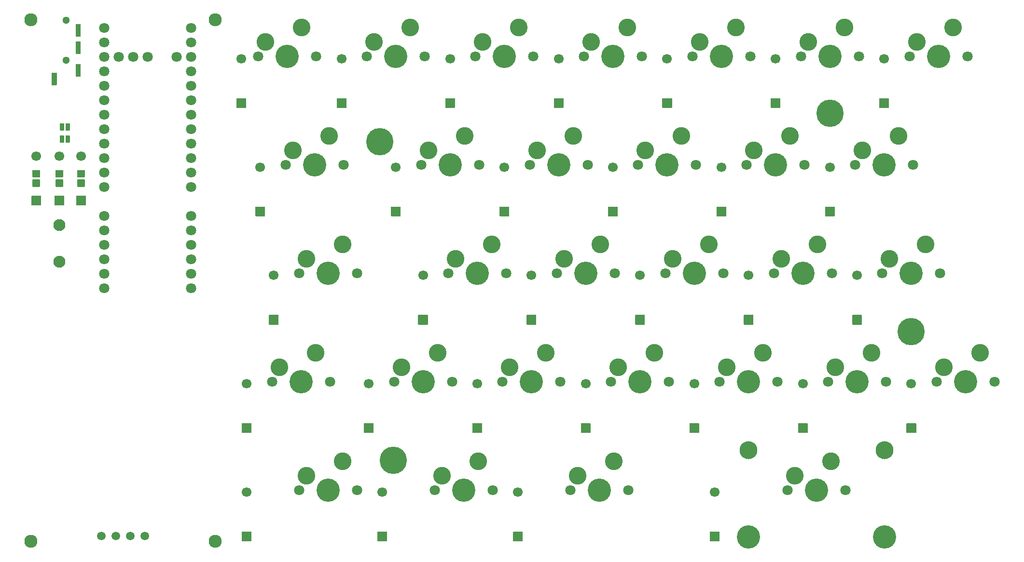
<source format=gbr>
%TF.GenerationSoftware,KiCad,Pcbnew,(5.1.7)-1*%
%TF.CreationDate,2021-06-20T13:46:17+02:00*%
%TF.ProjectId,Split65Left,53706c69-7436-4354-9c65-66742e6b6963,rev?*%
%TF.SameCoordinates,Original*%
%TF.FileFunction,Soldermask,Top*%
%TF.FilePolarity,Negative*%
%FSLAX46Y46*%
G04 Gerber Fmt 4.6, Leading zero omitted, Abs format (unit mm)*
G04 Created by KiCad (PCBNEW (5.1.7)-1) date 2021-06-20 13:46:17*
%MOMM*%
%LPD*%
G01*
G04 APERTURE LIST*
%ADD10C,1.801800*%
%ADD11C,4.087800*%
%ADD12C,3.100000*%
%ADD13C,3.148000*%
%ADD14C,4.800400*%
%ADD15C,2.300000*%
%ADD16C,1.800000*%
%ADD17C,1.300000*%
%ADD18C,1.700000*%
%ADD19C,1.497000*%
%ADD20C,2.100000*%
G04 APERTURE END LIST*
D10*
%TO.C,SW30*%
X159906000Y-128680000D03*
X170066000Y-128680000D03*
D11*
X164986000Y-128680000D03*
D12*
X161176000Y-126140000D03*
X167526000Y-123600000D03*
D11*
X176924000Y-136935000D03*
X153048000Y-136935000D03*
D13*
X176924000Y-121695000D03*
X153048000Y-121695000D03*
%TD*%
D10*
%TO.C,SW29*%
X121826000Y-128684000D03*
X131986000Y-128684000D03*
D11*
X126906000Y-128684000D03*
D12*
X123096000Y-126144000D03*
X129446000Y-123604000D03*
%TD*%
D10*
%TO.C,SW28*%
X98032000Y-128684000D03*
X108192000Y-128684000D03*
D11*
X103112000Y-128684000D03*
D12*
X99302000Y-126144000D03*
X105652000Y-123604000D03*
%TD*%
D10*
%TO.C,SW27*%
X74232000Y-128684000D03*
X84392000Y-128684000D03*
D11*
X79312000Y-128684000D03*
D12*
X75502000Y-126144000D03*
X81852000Y-123604000D03*
%TD*%
D10*
%TO.C,SW26*%
X186092000Y-109644000D03*
X196252000Y-109644000D03*
D11*
X191172000Y-109644000D03*
D12*
X187362000Y-107104000D03*
X193712000Y-104564000D03*
%TD*%
D10*
%TO.C,SW25*%
X167052000Y-109644000D03*
X177212000Y-109644000D03*
D11*
X172132000Y-109644000D03*
D12*
X168322000Y-107104000D03*
X174672000Y-104564000D03*
%TD*%
D10*
%TO.C,SW24*%
X148012000Y-109644000D03*
X158172000Y-109644000D03*
D11*
X153092000Y-109644000D03*
D12*
X149282000Y-107104000D03*
X155632000Y-104564000D03*
%TD*%
D10*
%TO.C,SW23*%
X128972000Y-109644000D03*
X139132000Y-109644000D03*
D11*
X134052000Y-109644000D03*
D12*
X130242000Y-107104000D03*
X136592000Y-104564000D03*
%TD*%
D10*
%TO.C,SW22*%
X109932000Y-109644000D03*
X120092000Y-109644000D03*
D11*
X115012000Y-109644000D03*
D12*
X111202000Y-107104000D03*
X117552000Y-104564000D03*
%TD*%
D10*
%TO.C,SW21*%
X90892000Y-109644000D03*
X101052000Y-109644000D03*
D11*
X95972000Y-109644000D03*
D12*
X92162000Y-107104000D03*
X98512000Y-104564000D03*
%TD*%
D10*
%TO.C,SW20*%
X69472000Y-109644000D03*
X79632000Y-109644000D03*
D11*
X74552000Y-109644000D03*
D12*
X70742000Y-107104000D03*
X77092000Y-104564000D03*
%TD*%
D10*
%TO.C,SW19*%
X176572000Y-90604000D03*
X186732000Y-90604000D03*
D11*
X181652000Y-90604000D03*
D12*
X177842000Y-88064000D03*
X184192000Y-85524000D03*
%TD*%
D10*
%TO.C,SW18*%
X157532000Y-90604000D03*
X167692000Y-90604000D03*
D11*
X162612000Y-90604000D03*
D12*
X158802000Y-88064000D03*
X165152000Y-85524000D03*
%TD*%
D10*
%TO.C,SW17*%
X138492000Y-90604000D03*
X148652000Y-90604000D03*
D11*
X143572000Y-90604000D03*
D12*
X139762000Y-88064000D03*
X146112000Y-85524000D03*
%TD*%
D10*
%TO.C,SW14*%
X74232000Y-90604000D03*
X84392000Y-90604000D03*
D11*
X79312000Y-90604000D03*
D12*
X75502000Y-88064000D03*
X81852000Y-85524000D03*
%TD*%
D10*
%TO.C,SW13*%
X171812000Y-71564000D03*
X181972000Y-71564000D03*
D11*
X176892000Y-71564000D03*
D12*
X173082000Y-69024000D03*
X179432000Y-66484000D03*
%TD*%
D10*
%TO.C,SW12*%
X152772000Y-71564000D03*
X162932000Y-71564000D03*
D11*
X157852000Y-71564000D03*
D12*
X154042000Y-69024000D03*
X160392000Y-66484000D03*
%TD*%
D10*
%TO.C,SW7*%
X181332000Y-52524000D03*
X191492000Y-52524000D03*
D11*
X186412000Y-52524000D03*
D12*
X182602000Y-49984000D03*
X188952000Y-47444000D03*
%TD*%
D10*
%TO.C,SW11*%
X133732000Y-71564000D03*
X143892000Y-71564000D03*
D11*
X138812000Y-71564000D03*
D12*
X135002000Y-69024000D03*
X141352000Y-66484000D03*
%TD*%
D10*
%TO.C,SW10*%
X114692000Y-71564000D03*
X124852000Y-71564000D03*
D11*
X119772000Y-71564000D03*
D12*
X115962000Y-69024000D03*
X122312000Y-66484000D03*
%TD*%
D10*
%TO.C,SW9*%
X95652000Y-71564000D03*
X105812000Y-71564000D03*
D11*
X100732000Y-71564000D03*
D12*
X96922000Y-69024000D03*
X103272000Y-66484000D03*
%TD*%
D10*
%TO.C,SW16*%
X119452000Y-90604000D03*
X129612000Y-90604000D03*
D11*
X124532000Y-90604000D03*
D12*
X120722000Y-88064000D03*
X127072000Y-85524000D03*
%TD*%
D10*
%TO.C,SW15*%
X100412000Y-90604000D03*
X110572000Y-90604000D03*
D11*
X105492000Y-90604000D03*
D12*
X101682000Y-88064000D03*
X108032000Y-85524000D03*
%TD*%
D10*
%TO.C,SW8*%
X71852000Y-71564000D03*
X82012000Y-71564000D03*
D11*
X76932000Y-71564000D03*
D12*
X73122000Y-69024000D03*
X79472000Y-66484000D03*
%TD*%
D10*
%TO.C,SW6*%
X162292000Y-52524000D03*
X172452000Y-52524000D03*
D11*
X167372000Y-52524000D03*
D12*
X163562000Y-49984000D03*
X169912000Y-47444000D03*
%TD*%
D10*
%TO.C,SW5*%
X143252000Y-52524000D03*
X153412000Y-52524000D03*
D11*
X148332000Y-52524000D03*
D12*
X144522000Y-49984000D03*
X150872000Y-47444000D03*
%TD*%
D10*
%TO.C,SW4*%
X124212000Y-52524000D03*
X134372000Y-52524000D03*
D11*
X129292000Y-52524000D03*
D12*
X125482000Y-49984000D03*
X131832000Y-47444000D03*
%TD*%
D10*
%TO.C,SW3*%
X105172000Y-52524000D03*
X115332000Y-52524000D03*
D11*
X110252000Y-52524000D03*
D12*
X106442000Y-49984000D03*
X112792000Y-47444000D03*
%TD*%
D10*
%TO.C,SW2*%
X86132000Y-52524000D03*
X96292000Y-52524000D03*
D11*
X91212000Y-52524000D03*
D12*
X87402000Y-49984000D03*
X93752000Y-47444000D03*
%TD*%
D10*
%TO.C,SW1*%
X67092000Y-52524000D03*
X77252000Y-52524000D03*
D11*
X72172000Y-52524000D03*
D12*
X68362000Y-49984000D03*
X74712000Y-47444000D03*
%TD*%
D14*
%TO.C,HOLE_3M*%
X181652000Y-100838000D03*
%TD*%
%TO.C,HOLE_3M*%
X167372000Y-62520000D03*
%TD*%
%TO.C,HOLE_3M*%
X90736000Y-123448000D03*
%TD*%
%TO.C,HOLE_3M*%
X88356000Y-67518000D03*
%TD*%
D15*
%TO.C,HOLE_M2*%
X59558000Y-137728000D03*
%TD*%
%TO.C,HOLE_M2*%
X59558000Y-46098000D03*
%TD*%
%TO.C,HOLE_M2*%
X27190000Y-46098000D03*
%TD*%
%TO.C,HOLE_M2*%
X27190000Y-137728000D03*
%TD*%
D16*
%TO.C,U1*%
X55273000Y-47508000D03*
X40058000Y-50048000D03*
X40058000Y-47508000D03*
X42598000Y-52588000D03*
X40058000Y-52588000D03*
X40058000Y-55128000D03*
X40058000Y-57668000D03*
X40058000Y-60208000D03*
X45138000Y-52588000D03*
X47678000Y-52588000D03*
X40058000Y-62748000D03*
X40058000Y-65288000D03*
X40058000Y-67828000D03*
X40058000Y-70368000D03*
X40058000Y-72908000D03*
X40058000Y-75448000D03*
X40058000Y-83068000D03*
X40058000Y-88148000D03*
X40058000Y-90688000D03*
X40058000Y-85608000D03*
X40058000Y-93228000D03*
X40058000Y-80528000D03*
X55273000Y-50048000D03*
X55273000Y-52588000D03*
X55273000Y-57668000D03*
X52733000Y-52588000D03*
X55273000Y-55128000D03*
X55273000Y-60208000D03*
X55273000Y-62748000D03*
X55273000Y-65288000D03*
X55273000Y-70368000D03*
X55273000Y-72908000D03*
X55273000Y-67828000D03*
X55273000Y-75448000D03*
X55273000Y-83068000D03*
X55273000Y-80528000D03*
X55273000Y-88148000D03*
X55273000Y-85608000D03*
X55273000Y-90688000D03*
X55273000Y-93228000D03*
%TD*%
%TO.C,J1*%
G36*
G01*
X30828000Y-57520000D02*
X30828000Y-55420000D01*
G75*
G02*
X30878000Y-55370000I50000J0D01*
G01*
X31678000Y-55370000D01*
G75*
G02*
X31728000Y-55420000I0J-50000D01*
G01*
X31728000Y-57520000D01*
G75*
G02*
X31678000Y-57570000I-50000J0D01*
G01*
X30878000Y-57570000D01*
G75*
G02*
X30828000Y-57520000I0J50000D01*
G01*
G37*
G36*
G01*
X35028000Y-56020000D02*
X35028000Y-53920000D01*
G75*
G02*
X35078000Y-53870000I50000J0D01*
G01*
X35878000Y-53870000D01*
G75*
G02*
X35928000Y-53920000I0J-50000D01*
G01*
X35928000Y-56020000D01*
G75*
G02*
X35878000Y-56070000I-50000J0D01*
G01*
X35078000Y-56070000D01*
G75*
G02*
X35028000Y-56020000I0J50000D01*
G01*
G37*
G36*
G01*
X35028000Y-52020000D02*
X35028000Y-49920000D01*
G75*
G02*
X35078000Y-49870000I50000J0D01*
G01*
X35878000Y-49870000D01*
G75*
G02*
X35928000Y-49920000I0J-50000D01*
G01*
X35928000Y-52020000D01*
G75*
G02*
X35878000Y-52070000I-50000J0D01*
G01*
X35078000Y-52070000D01*
G75*
G02*
X35028000Y-52020000I0J50000D01*
G01*
G37*
G36*
G01*
X35028000Y-49020000D02*
X35028000Y-46920000D01*
G75*
G02*
X35078000Y-46870000I50000J0D01*
G01*
X35878000Y-46870000D01*
G75*
G02*
X35928000Y-46920000I0J-50000D01*
G01*
X35928000Y-49020000D01*
G75*
G02*
X35878000Y-49070000I-50000J0D01*
G01*
X35078000Y-49070000D01*
G75*
G02*
X35028000Y-49020000I0J50000D01*
G01*
G37*
D17*
X33378000Y-53170000D03*
X33378000Y-46170000D03*
%TD*%
D18*
%TO.C,D1*%
X64080000Y-52908000D03*
G36*
G01*
X64880000Y-61558000D02*
X63280000Y-61558000D01*
G75*
G02*
X63230000Y-61508000I0J50000D01*
G01*
X63230000Y-59908000D01*
G75*
G02*
X63280000Y-59858000I50000J0D01*
G01*
X64880000Y-59858000D01*
G75*
G02*
X64930000Y-59908000I0J-50000D01*
G01*
X64930000Y-61508000D01*
G75*
G02*
X64880000Y-61558000I-50000J0D01*
G01*
G37*
%TD*%
%TO.C,D2*%
X81692000Y-52908000D03*
G36*
G01*
X82492000Y-61558000D02*
X80892000Y-61558000D01*
G75*
G02*
X80842000Y-61508000I0J50000D01*
G01*
X80842000Y-59908000D01*
G75*
G02*
X80892000Y-59858000I50000J0D01*
G01*
X82492000Y-59858000D01*
G75*
G02*
X82542000Y-59908000I0J-50000D01*
G01*
X82542000Y-61508000D01*
G75*
G02*
X82492000Y-61558000I-50000J0D01*
G01*
G37*
%TD*%
%TO.C,D3*%
X100732000Y-52908000D03*
G36*
G01*
X101532000Y-61558000D02*
X99932000Y-61558000D01*
G75*
G02*
X99882000Y-61508000I0J50000D01*
G01*
X99882000Y-59908000D01*
G75*
G02*
X99932000Y-59858000I50000J0D01*
G01*
X101532000Y-59858000D01*
G75*
G02*
X101582000Y-59908000I0J-50000D01*
G01*
X101582000Y-61508000D01*
G75*
G02*
X101532000Y-61558000I-50000J0D01*
G01*
G37*
%TD*%
%TO.C,D4*%
X119772000Y-52908000D03*
G36*
G01*
X120572000Y-61558000D02*
X118972000Y-61558000D01*
G75*
G02*
X118922000Y-61508000I0J50000D01*
G01*
X118922000Y-59908000D01*
G75*
G02*
X118972000Y-59858000I50000J0D01*
G01*
X120572000Y-59858000D01*
G75*
G02*
X120622000Y-59908000I0J-50000D01*
G01*
X120622000Y-61508000D01*
G75*
G02*
X120572000Y-61558000I-50000J0D01*
G01*
G37*
%TD*%
%TO.C,D5*%
X138812000Y-52908000D03*
G36*
G01*
X139612000Y-61558000D02*
X138012000Y-61558000D01*
G75*
G02*
X137962000Y-61508000I0J50000D01*
G01*
X137962000Y-59908000D01*
G75*
G02*
X138012000Y-59858000I50000J0D01*
G01*
X139612000Y-59858000D01*
G75*
G02*
X139662000Y-59908000I0J-50000D01*
G01*
X139662000Y-61508000D01*
G75*
G02*
X139612000Y-61558000I-50000J0D01*
G01*
G37*
%TD*%
%TO.C,D6*%
X157852000Y-52908000D03*
G36*
G01*
X158652000Y-61558000D02*
X157052000Y-61558000D01*
G75*
G02*
X157002000Y-61508000I0J50000D01*
G01*
X157002000Y-59908000D01*
G75*
G02*
X157052000Y-59858000I50000J0D01*
G01*
X158652000Y-59858000D01*
G75*
G02*
X158702000Y-59908000I0J-50000D01*
G01*
X158702000Y-61508000D01*
G75*
G02*
X158652000Y-61558000I-50000J0D01*
G01*
G37*
%TD*%
%TO.C,D7*%
X176892000Y-52908000D03*
G36*
G01*
X177692000Y-61558000D02*
X176092000Y-61558000D01*
G75*
G02*
X176042000Y-61508000I0J50000D01*
G01*
X176042000Y-59908000D01*
G75*
G02*
X176092000Y-59858000I50000J0D01*
G01*
X177692000Y-59858000D01*
G75*
G02*
X177742000Y-59908000I0J-50000D01*
G01*
X177742000Y-61508000D01*
G75*
G02*
X177692000Y-61558000I-50000J0D01*
G01*
G37*
%TD*%
%TO.C,D8*%
X67412000Y-71948000D03*
G36*
G01*
X68212000Y-80598000D02*
X66612000Y-80598000D01*
G75*
G02*
X66562000Y-80548000I0J50000D01*
G01*
X66562000Y-78948000D01*
G75*
G02*
X66612000Y-78898000I50000J0D01*
G01*
X68212000Y-78898000D01*
G75*
G02*
X68262000Y-78948000I0J-50000D01*
G01*
X68262000Y-80548000D01*
G75*
G02*
X68212000Y-80598000I-50000J0D01*
G01*
G37*
%TD*%
%TO.C,D9*%
X91212000Y-71948000D03*
G36*
G01*
X92012000Y-80598000D02*
X90412000Y-80598000D01*
G75*
G02*
X90362000Y-80548000I0J50000D01*
G01*
X90362000Y-78948000D01*
G75*
G02*
X90412000Y-78898000I50000J0D01*
G01*
X92012000Y-78898000D01*
G75*
G02*
X92062000Y-78948000I0J-50000D01*
G01*
X92062000Y-80548000D01*
G75*
G02*
X92012000Y-80598000I-50000J0D01*
G01*
G37*
%TD*%
%TO.C,D10*%
X110252000Y-71948000D03*
G36*
G01*
X111052000Y-80598000D02*
X109452000Y-80598000D01*
G75*
G02*
X109402000Y-80548000I0J50000D01*
G01*
X109402000Y-78948000D01*
G75*
G02*
X109452000Y-78898000I50000J0D01*
G01*
X111052000Y-78898000D01*
G75*
G02*
X111102000Y-78948000I0J-50000D01*
G01*
X111102000Y-80548000D01*
G75*
G02*
X111052000Y-80598000I-50000J0D01*
G01*
G37*
%TD*%
%TO.C,D11*%
X129292000Y-71948000D03*
G36*
G01*
X130092000Y-80598000D02*
X128492000Y-80598000D01*
G75*
G02*
X128442000Y-80548000I0J50000D01*
G01*
X128442000Y-78948000D01*
G75*
G02*
X128492000Y-78898000I50000J0D01*
G01*
X130092000Y-78898000D01*
G75*
G02*
X130142000Y-78948000I0J-50000D01*
G01*
X130142000Y-80548000D01*
G75*
G02*
X130092000Y-80598000I-50000J0D01*
G01*
G37*
%TD*%
%TO.C,D12*%
X148332000Y-71948000D03*
G36*
G01*
X149132000Y-80598000D02*
X147532000Y-80598000D01*
G75*
G02*
X147482000Y-80548000I0J50000D01*
G01*
X147482000Y-78948000D01*
G75*
G02*
X147532000Y-78898000I50000J0D01*
G01*
X149132000Y-78898000D01*
G75*
G02*
X149182000Y-78948000I0J-50000D01*
G01*
X149182000Y-80548000D01*
G75*
G02*
X149132000Y-80598000I-50000J0D01*
G01*
G37*
%TD*%
%TO.C,D13*%
X167372000Y-71948000D03*
G36*
G01*
X168172000Y-80598000D02*
X166572000Y-80598000D01*
G75*
G02*
X166522000Y-80548000I0J50000D01*
G01*
X166522000Y-78948000D01*
G75*
G02*
X166572000Y-78898000I50000J0D01*
G01*
X168172000Y-78898000D01*
G75*
G02*
X168222000Y-78948000I0J-50000D01*
G01*
X168222000Y-80548000D01*
G75*
G02*
X168172000Y-80598000I-50000J0D01*
G01*
G37*
%TD*%
%TO.C,D14*%
X69792000Y-90988000D03*
G36*
G01*
X70592000Y-99638000D02*
X68992000Y-99638000D01*
G75*
G02*
X68942000Y-99588000I0J50000D01*
G01*
X68942000Y-97988000D01*
G75*
G02*
X68992000Y-97938000I50000J0D01*
G01*
X70592000Y-97938000D01*
G75*
G02*
X70642000Y-97988000I0J-50000D01*
G01*
X70642000Y-99588000D01*
G75*
G02*
X70592000Y-99638000I-50000J0D01*
G01*
G37*
%TD*%
%TO.C,D15*%
X95972000Y-90988000D03*
G36*
G01*
X96772000Y-99638000D02*
X95172000Y-99638000D01*
G75*
G02*
X95122000Y-99588000I0J50000D01*
G01*
X95122000Y-97988000D01*
G75*
G02*
X95172000Y-97938000I50000J0D01*
G01*
X96772000Y-97938000D01*
G75*
G02*
X96822000Y-97988000I0J-50000D01*
G01*
X96822000Y-99588000D01*
G75*
G02*
X96772000Y-99638000I-50000J0D01*
G01*
G37*
%TD*%
%TO.C,D16*%
X115012000Y-90988000D03*
G36*
G01*
X115812000Y-99638000D02*
X114212000Y-99638000D01*
G75*
G02*
X114162000Y-99588000I0J50000D01*
G01*
X114162000Y-97988000D01*
G75*
G02*
X114212000Y-97938000I50000J0D01*
G01*
X115812000Y-97938000D01*
G75*
G02*
X115862000Y-97988000I0J-50000D01*
G01*
X115862000Y-99588000D01*
G75*
G02*
X115812000Y-99638000I-50000J0D01*
G01*
G37*
%TD*%
%TO.C,D17*%
X134052000Y-90988000D03*
G36*
G01*
X134852000Y-99638000D02*
X133252000Y-99638000D01*
G75*
G02*
X133202000Y-99588000I0J50000D01*
G01*
X133202000Y-97988000D01*
G75*
G02*
X133252000Y-97938000I50000J0D01*
G01*
X134852000Y-97938000D01*
G75*
G02*
X134902000Y-97988000I0J-50000D01*
G01*
X134902000Y-99588000D01*
G75*
G02*
X134852000Y-99638000I-50000J0D01*
G01*
G37*
%TD*%
%TO.C,D18*%
X153092000Y-90988000D03*
G36*
G01*
X153892000Y-99638000D02*
X152292000Y-99638000D01*
G75*
G02*
X152242000Y-99588000I0J50000D01*
G01*
X152242000Y-97988000D01*
G75*
G02*
X152292000Y-97938000I50000J0D01*
G01*
X153892000Y-97938000D01*
G75*
G02*
X153942000Y-97988000I0J-50000D01*
G01*
X153942000Y-99588000D01*
G75*
G02*
X153892000Y-99638000I-50000J0D01*
G01*
G37*
%TD*%
%TO.C,D19*%
X172132000Y-90988000D03*
G36*
G01*
X172932000Y-99638000D02*
X171332000Y-99638000D01*
G75*
G02*
X171282000Y-99588000I0J50000D01*
G01*
X171282000Y-97988000D01*
G75*
G02*
X171332000Y-97938000I50000J0D01*
G01*
X172932000Y-97938000D01*
G75*
G02*
X172982000Y-97988000I0J-50000D01*
G01*
X172982000Y-99588000D01*
G75*
G02*
X172932000Y-99638000I-50000J0D01*
G01*
G37*
%TD*%
%TO.C,D20*%
X65032000Y-110028000D03*
G36*
G01*
X65832000Y-118678000D02*
X64232000Y-118678000D01*
G75*
G02*
X64182000Y-118628000I0J50000D01*
G01*
X64182000Y-117028000D01*
G75*
G02*
X64232000Y-116978000I50000J0D01*
G01*
X65832000Y-116978000D01*
G75*
G02*
X65882000Y-117028000I0J-50000D01*
G01*
X65882000Y-118628000D01*
G75*
G02*
X65832000Y-118678000I-50000J0D01*
G01*
G37*
%TD*%
%TO.C,D21*%
X86452000Y-110028000D03*
G36*
G01*
X87252000Y-118678000D02*
X85652000Y-118678000D01*
G75*
G02*
X85602000Y-118628000I0J50000D01*
G01*
X85602000Y-117028000D01*
G75*
G02*
X85652000Y-116978000I50000J0D01*
G01*
X87252000Y-116978000D01*
G75*
G02*
X87302000Y-117028000I0J-50000D01*
G01*
X87302000Y-118628000D01*
G75*
G02*
X87252000Y-118678000I-50000J0D01*
G01*
G37*
%TD*%
%TO.C,D22*%
X105492000Y-110028000D03*
G36*
G01*
X106292000Y-118678000D02*
X104692000Y-118678000D01*
G75*
G02*
X104642000Y-118628000I0J50000D01*
G01*
X104642000Y-117028000D01*
G75*
G02*
X104692000Y-116978000I50000J0D01*
G01*
X106292000Y-116978000D01*
G75*
G02*
X106342000Y-117028000I0J-50000D01*
G01*
X106342000Y-118628000D01*
G75*
G02*
X106292000Y-118678000I-50000J0D01*
G01*
G37*
%TD*%
%TO.C,D23*%
X124532000Y-110028000D03*
G36*
G01*
X125332000Y-118678000D02*
X123732000Y-118678000D01*
G75*
G02*
X123682000Y-118628000I0J50000D01*
G01*
X123682000Y-117028000D01*
G75*
G02*
X123732000Y-116978000I50000J0D01*
G01*
X125332000Y-116978000D01*
G75*
G02*
X125382000Y-117028000I0J-50000D01*
G01*
X125382000Y-118628000D01*
G75*
G02*
X125332000Y-118678000I-50000J0D01*
G01*
G37*
%TD*%
%TO.C,D24*%
X143572000Y-110028000D03*
G36*
G01*
X144372000Y-118678000D02*
X142772000Y-118678000D01*
G75*
G02*
X142722000Y-118628000I0J50000D01*
G01*
X142722000Y-117028000D01*
G75*
G02*
X142772000Y-116978000I50000J0D01*
G01*
X144372000Y-116978000D01*
G75*
G02*
X144422000Y-117028000I0J-50000D01*
G01*
X144422000Y-118628000D01*
G75*
G02*
X144372000Y-118678000I-50000J0D01*
G01*
G37*
%TD*%
%TO.C,D25*%
X162612000Y-110028000D03*
G36*
G01*
X163412000Y-118678000D02*
X161812000Y-118678000D01*
G75*
G02*
X161762000Y-118628000I0J50000D01*
G01*
X161762000Y-117028000D01*
G75*
G02*
X161812000Y-116978000I50000J0D01*
G01*
X163412000Y-116978000D01*
G75*
G02*
X163462000Y-117028000I0J-50000D01*
G01*
X163462000Y-118628000D01*
G75*
G02*
X163412000Y-118678000I-50000J0D01*
G01*
G37*
%TD*%
%TO.C,D26*%
X181652000Y-110028000D03*
G36*
G01*
X182452000Y-118678000D02*
X180852000Y-118678000D01*
G75*
G02*
X180802000Y-118628000I0J50000D01*
G01*
X180802000Y-117028000D01*
G75*
G02*
X180852000Y-116978000I50000J0D01*
G01*
X182452000Y-116978000D01*
G75*
G02*
X182502000Y-117028000I0J-50000D01*
G01*
X182502000Y-118628000D01*
G75*
G02*
X182452000Y-118678000I-50000J0D01*
G01*
G37*
%TD*%
%TO.C,D27*%
X65032000Y-129068000D03*
G36*
G01*
X65832000Y-137718000D02*
X64232000Y-137718000D01*
G75*
G02*
X64182000Y-137668000I0J50000D01*
G01*
X64182000Y-136068000D01*
G75*
G02*
X64232000Y-136018000I50000J0D01*
G01*
X65832000Y-136018000D01*
G75*
G02*
X65882000Y-136068000I0J-50000D01*
G01*
X65882000Y-137668000D01*
G75*
G02*
X65832000Y-137718000I-50000J0D01*
G01*
G37*
%TD*%
%TO.C,D28*%
X88832000Y-129068000D03*
G36*
G01*
X89632000Y-137718000D02*
X88032000Y-137718000D01*
G75*
G02*
X87982000Y-137668000I0J50000D01*
G01*
X87982000Y-136068000D01*
G75*
G02*
X88032000Y-136018000I50000J0D01*
G01*
X89632000Y-136018000D01*
G75*
G02*
X89682000Y-136068000I0J-50000D01*
G01*
X89682000Y-137668000D01*
G75*
G02*
X89632000Y-137718000I-50000J0D01*
G01*
G37*
%TD*%
%TO.C,D29*%
X112632000Y-129068000D03*
G36*
G01*
X113432000Y-137718000D02*
X111832000Y-137718000D01*
G75*
G02*
X111782000Y-137668000I0J50000D01*
G01*
X111782000Y-136068000D01*
G75*
G02*
X111832000Y-136018000I50000J0D01*
G01*
X113432000Y-136018000D01*
G75*
G02*
X113482000Y-136068000I0J-50000D01*
G01*
X113482000Y-137668000D01*
G75*
G02*
X113432000Y-137718000I-50000J0D01*
G01*
G37*
%TD*%
%TO.C,D30*%
X147136000Y-129064000D03*
G36*
G01*
X147936000Y-137714000D02*
X146336000Y-137714000D01*
G75*
G02*
X146286000Y-137664000I0J50000D01*
G01*
X146286000Y-136064000D01*
G75*
G02*
X146336000Y-136014000I50000J0D01*
G01*
X147936000Y-136014000D01*
G75*
G02*
X147986000Y-136064000I0J-50000D01*
G01*
X147986000Y-137664000D01*
G75*
G02*
X147936000Y-137714000I-50000J0D01*
G01*
G37*
%TD*%
D19*
%TO.C,J2*%
X47186000Y-136776000D03*
X44646000Y-136776000D03*
X42106000Y-136776000D03*
X39566000Y-136776000D03*
%TD*%
%TO.C,JP2*%
G36*
G01*
X33272880Y-67613500D02*
X33272880Y-66470500D01*
G75*
G02*
X33322880Y-66420500I50000J0D01*
G01*
X33957880Y-66420500D01*
G75*
G02*
X34007880Y-66470500I0J-50000D01*
G01*
X34007880Y-67613500D01*
G75*
G02*
X33957880Y-67663500I-50000J0D01*
G01*
X33322880Y-67663500D01*
G75*
G02*
X33272880Y-67613500I0J50000D01*
G01*
G37*
G36*
G01*
X32272120Y-67613500D02*
X32272120Y-66470500D01*
G75*
G02*
X32322120Y-66420500I50000J0D01*
G01*
X32957120Y-66420500D01*
G75*
G02*
X33007120Y-66470500I0J-50000D01*
G01*
X33007120Y-67613500D01*
G75*
G02*
X32957120Y-67663500I-50000J0D01*
G01*
X32322120Y-67663500D01*
G75*
G02*
X32272120Y-67613500I0J50000D01*
G01*
G37*
%TD*%
%TO.C,JP3*%
G36*
G01*
X33272880Y-65471500D02*
X33272880Y-64328500D01*
G75*
G02*
X33322880Y-64278500I50000J0D01*
G01*
X33957880Y-64278500D01*
G75*
G02*
X34007880Y-64328500I0J-50000D01*
G01*
X34007880Y-65471500D01*
G75*
G02*
X33957880Y-65521500I-50000J0D01*
G01*
X33322880Y-65521500D01*
G75*
G02*
X33272880Y-65471500I0J50000D01*
G01*
G37*
G36*
G01*
X32272120Y-65471500D02*
X32272120Y-64328500D01*
G75*
G02*
X32322120Y-64278500I50000J0D01*
G01*
X32957120Y-64278500D01*
G75*
G02*
X33007120Y-64328500I0J-50000D01*
G01*
X33007120Y-65471500D01*
G75*
G02*
X32957120Y-65521500I-50000J0D01*
G01*
X32322120Y-65521500D01*
G75*
G02*
X32272120Y-65471500I0J50000D01*
G01*
G37*
%TD*%
D18*
%TO.C,R1*%
X35996000Y-70044000D03*
G36*
G01*
X36796000Y-78694000D02*
X35196000Y-78694000D01*
G75*
G02*
X35146000Y-78644000I0J50000D01*
G01*
X35146000Y-77044000D01*
G75*
G02*
X35196000Y-76994000I50000J0D01*
G01*
X36796000Y-76994000D01*
G75*
G02*
X36846000Y-77044000I0J-50000D01*
G01*
X36846000Y-78644000D01*
G75*
G02*
X36796000Y-78694000I-50000J0D01*
G01*
G37*
G36*
G01*
X36570600Y-75432200D02*
X35370600Y-75432200D01*
G75*
G02*
X35320600Y-75382200I0J50000D01*
G01*
X35320600Y-74182200D01*
G75*
G02*
X35370600Y-74132200I50000J0D01*
G01*
X36570600Y-74132200D01*
G75*
G02*
X36620600Y-74182200I0J-50000D01*
G01*
X36620600Y-75382200D01*
G75*
G02*
X36570600Y-75432200I-50000J0D01*
G01*
G37*
G36*
G01*
X36570600Y-73755800D02*
X35370600Y-73755800D01*
G75*
G02*
X35320600Y-73705800I0J50000D01*
G01*
X35320600Y-72505800D01*
G75*
G02*
X35370600Y-72455800I50000J0D01*
G01*
X36570600Y-72455800D01*
G75*
G02*
X36620600Y-72505800I0J-50000D01*
G01*
X36620600Y-73705800D01*
G75*
G02*
X36570600Y-73755800I-50000J0D01*
G01*
G37*
%TD*%
%TO.C,R2*%
X32188000Y-70044000D03*
G36*
G01*
X32988000Y-78694000D02*
X31388000Y-78694000D01*
G75*
G02*
X31338000Y-78644000I0J50000D01*
G01*
X31338000Y-77044000D01*
G75*
G02*
X31388000Y-76994000I50000J0D01*
G01*
X32988000Y-76994000D01*
G75*
G02*
X33038000Y-77044000I0J-50000D01*
G01*
X33038000Y-78644000D01*
G75*
G02*
X32988000Y-78694000I-50000J0D01*
G01*
G37*
G36*
G01*
X32762600Y-75432200D02*
X31562600Y-75432200D01*
G75*
G02*
X31512600Y-75382200I0J50000D01*
G01*
X31512600Y-74182200D01*
G75*
G02*
X31562600Y-74132200I50000J0D01*
G01*
X32762600Y-74132200D01*
G75*
G02*
X32812600Y-74182200I0J-50000D01*
G01*
X32812600Y-75382200D01*
G75*
G02*
X32762600Y-75432200I-50000J0D01*
G01*
G37*
G36*
G01*
X32762600Y-73755800D02*
X31562600Y-73755800D01*
G75*
G02*
X31512600Y-73705800I0J50000D01*
G01*
X31512600Y-72505800D01*
G75*
G02*
X31562600Y-72455800I50000J0D01*
G01*
X32762600Y-72455800D01*
G75*
G02*
X32812600Y-72505800I0J-50000D01*
G01*
X32812600Y-73705800D01*
G75*
G02*
X32762600Y-73755800I-50000J0D01*
G01*
G37*
%TD*%
D20*
%TO.C,SW31*%
X32188000Y-82118000D03*
X32188000Y-88618000D03*
%TD*%
D18*
%TO.C,R3*%
X28142000Y-70044000D03*
G36*
G01*
X28942000Y-78694000D02*
X27342000Y-78694000D01*
G75*
G02*
X27292000Y-78644000I0J50000D01*
G01*
X27292000Y-77044000D01*
G75*
G02*
X27342000Y-76994000I50000J0D01*
G01*
X28942000Y-76994000D01*
G75*
G02*
X28992000Y-77044000I0J-50000D01*
G01*
X28992000Y-78644000D01*
G75*
G02*
X28942000Y-78694000I-50000J0D01*
G01*
G37*
G36*
G01*
X28716600Y-75432200D02*
X27516600Y-75432200D01*
G75*
G02*
X27466600Y-75382200I0J50000D01*
G01*
X27466600Y-74182200D01*
G75*
G02*
X27516600Y-74132200I50000J0D01*
G01*
X28716600Y-74132200D01*
G75*
G02*
X28766600Y-74182200I0J-50000D01*
G01*
X28766600Y-75382200D01*
G75*
G02*
X28716600Y-75432200I-50000J0D01*
G01*
G37*
G36*
G01*
X28716600Y-73755800D02*
X27516600Y-73755800D01*
G75*
G02*
X27466600Y-73705800I0J50000D01*
G01*
X27466600Y-72505800D01*
G75*
G02*
X27516600Y-72455800I50000J0D01*
G01*
X28716600Y-72455800D01*
G75*
G02*
X28766600Y-72505800I0J-50000D01*
G01*
X28766600Y-73705800D01*
G75*
G02*
X28716600Y-73755800I-50000J0D01*
G01*
G37*
%TD*%
M02*

</source>
